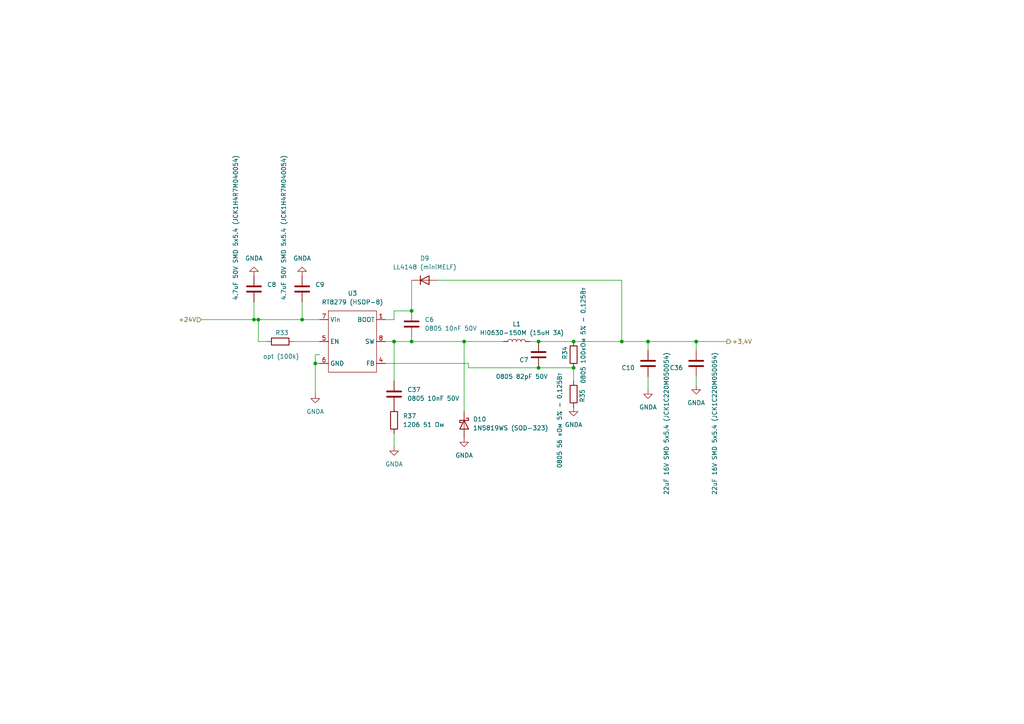
<source format=kicad_sch>
(kicad_sch (version 20231120) (generator "eeschema") (generator_version "8.0")
  (paper "A4")
  (lib_symbols
    (symbol "Device:C" (pin_numbers hide) (pin_names (offset 0.254))
      (property "Reference" "C" (at 0.635 2.54 0))
      (property "Value" "C" (at 0.635 -2.54 0))
      (symbol "C_0_1"
        (polyline (pts (xy -2.032 -0.762) (xy 2.032 -0.762)) (stroke (width 0.508)))
        (polyline (pts (xy -2.032 0.762) (xy 2.032 0.762)) (stroke (width 0.508)))
      )
      (symbol "C_1_1"
        (pin passive line (at 0 3.81 270) (length 2.794) (name "~") (number "1"))
        (pin passive line (at 0 -3.81 90) (length 2.794) (name "~") (number "2"))
      )
    )
    (symbol "Device:L" (pin_numbers hide) (pin_names (offset 1.016) hide)
      (property "Reference" "L" (at -1.27 0 90))
      (property "Value" "L" (at 1.905 0 90))
      (symbol "L_0_1"
        (arc (start 0 -2.54) (mid 0.6323 -1.905) (end 0 -1.27))
        (arc (start 0 -1.27) (mid 0.6323 -0.635) (end 0 0))
        (arc (start 0 0) (mid 0.6323 0.635) (end 0 1.27))
        (arc (start 0 1.27) (mid 0.6323 1.905) (end 0 2.54))
      )
      (symbol "L_1_1"
        (pin passive line (at 0 3.81 270) (length 1.27) (name "1") (number "1"))
        (pin passive line (at 0 -3.81 90) (length 1.27) (name "2") (number "2"))
      )
    )
    (symbol "Device:R" (pin_numbers hide) (pin_names (offset 0))
      (property "Reference" "R" (at 2.032 0 90))
      (property "Value" "R" (at 0 0 90))
      (symbol "R_0_1"
        (rectangle (start -1.016 -2.54) (end 1.016 2.54) (stroke (width 0.254)))
      )
      (symbol "R_1_1"
        (pin passive line (at 0 3.81 270) (length 1.27) (name "~") (number "1"))
        (pin passive line (at 0 -3.81 90) (length 1.27) (name "~") (number "2"))
      )
    )
    (symbol "Diode:1N5819WS" (pin_numbers hide) (pin_names (offset 1.016) hide)
      (property "Reference" "D" (at 0 2.54 0))
      (property "Value" "1N5819WS" (at 0 -2.54 0))
      (symbol "1N5819WS_0_1"
        (polyline (pts (xy 1.27 0) (xy -1.27 0)))
        (polyline (pts (xy 1.27 1.27) (xy 1.27 -1.27) (xy -1.27 0) (xy 1.27 1.27)) (stroke (width 0.254)))
        (polyline (pts (xy -1.905 0.635) (xy -1.905 1.27) (xy -1.27 1.27) (xy -1.27 -1.27) (xy -0.635 -1.27) (xy -0.635 -0.635)) (stroke (width 0.254)))
      )
      (symbol "1N5819WS_1_1"
        (pin passive line (at -3.81 0 0) (length 2.54) (name "K") (number "1"))
        (pin passive line (at 3.81 0 180) (length 2.54) (name "A") (number "2"))
      )
    )
    (symbol "Diode:LL4148" (pin_numbers hide) (pin_names hide)
      (property "Reference" "D" (at 0 2.54 0))
      (property "Value" "LL4148" (at 0 -2.54 0))
      (symbol "LL4148_0_1"
        (polyline (pts (xy -1.27 1.27) (xy -1.27 -1.27)) (stroke (width 0.254)))
        (polyline (pts (xy 1.27 0) (xy -1.27 0)))
        (polyline (pts (xy 1.27 1.27) (xy 1.27 -1.27) (xy -1.27 0) (xy 1.27 1.27)) (stroke (width 0.254)))
      )
      (symbol "LL4148_1_1"
        (pin passive line (at -3.81 0 0) (length 2.54) (name "K") (number "1"))
        (pin passive line (at 3.81 0 180) (length 2.54) (name "A") (number "2"))
      )
    )
    (symbol "PCM_4ms_Power-symbol:GNDA" (power) (pin_numbers hide) (pin_names (offset 0) hide)
      (property "Value" "GNDA" (at 0 -3.81 0))
      (symbol "GNDA_0_1"
        (polyline (pts (xy 0 0) (xy 0 -1.27) (xy 1.27 -1.27) (xy 0 -2.54) (xy -1.27 -1.27) (xy 0 -1.27)))
      )
      (symbol "GNDA_1_1"
        (pin power_in line (at 0 0 270) (length 0) hide (name "GNDA") (number "1"))
      )
    )
    (symbol "Regulator_Switching:RT8279"
      (property "Reference" "U" (at 0 0 0))
      (property "Value" "RT8279" (at 0 -2.286 0))
      (symbol "RT8279_0_1"
        (rectangle (start -7.62 -3.81) (end 6.35 -21.59))
      )
      (symbol "RT8279_1_1"
        (pin input line (at 8.89 -6.35 180) (length 2.54) (name "BOOT") (number "1"))
        (pin output line (at -10.16 -16.51 0) (length 2.54) hide (name "NC") (number "2"))
        (pin output line (at -10.16 -16.51 0) (length 2.54) hide (name "NC") (number "3"))
        (pin output line (at 8.89 -19.05 180) (length 2.54) (name "FB") (number "4"))
        (pin input line (at -10.16 -12.7 0) (length 2.54) (name "EN") (number "5"))
        (pin input line (at -10.16 -19.05 0) (length 2.54) (name "GND") (number "6"))
        (pin input line (at -10.16 -6.35 0) (length 2.54) (name "Vin") (number "7"))
        (pin output line (at 8.89 -12.7 180) (length 2.54) (name "SW") (number "8"))
        (pin input line (at -10.16 -19.05 0) (length 2.54) hide (name "GND") (number "9"))
      )
    )
  )
  (junction (at 187.96 99.06))
  (junction (at 114.3 99.06))
  (junction (at 156.21 99.06))
  (junction (at 156.21 106.68))
  (junction (at 74.93 92.71))
  (junction (at 119.38 90.17))
  (junction (at 91.44 105.41))
  (junction (at 134.62 99.06))
  (junction (at 166.37 99.06))
  (junction (at 166.37 106.68))
  (junction (at 180.34 99.06))
  (junction (at 119.38 99.06))
  (junction (at 87.63 92.71))
  (junction (at 73.66 92.71))
  (junction (at 201.93 99.06))
  (wire (pts (xy 156.21 106.68) (xy 166.37 106.68)))
  (wire (pts (xy 114.3 90.17) (xy 119.38 90.17)))
  (wire (pts (xy 114.3 92.71) (xy 114.3 90.17)))
  (wire (pts (xy 166.37 106.68) (xy 166.37 110.49)))
  (wire (pts (xy 85.09 99.06) (xy 92.71 99.06)))
  (wire (pts (xy 92.71 105.41) (xy 91.44 105.41)))
  (wire (pts (xy 187.96 109.22) (xy 187.96 113.03)))
  (wire (pts (xy 74.93 92.71) (xy 74.93 99.06)))
  (wire (pts (xy 119.38 81.28) (xy 119.38 90.17)))
  (wire (pts (xy 73.66 87.63) (xy 73.66 92.71)))
  (wire (pts (xy 134.62 99.06) (xy 119.38 99.06)))
  (wire (pts (xy 92.71 102.87) (xy 91.44 102.87)))
  (wire (pts (xy 187.96 99.06) (xy 187.96 101.6)))
  (wire (pts (xy 111.76 99.06) (xy 114.3 99.06)))
  (wire (pts (xy 91.44 102.87) (xy 91.44 105.41)))
  (wire (pts (xy 58.42 92.71) (xy 73.66 92.71)))
  (wire (pts (xy 87.63 87.63) (xy 87.63 92.71)))
  (wire (pts (xy 91.44 105.41) (xy 91.44 114.3)))
  (wire (pts (xy 166.37 99.06) (xy 180.34 99.06)))
  (wire (pts (xy 135.89 106.68) (xy 156.21 106.68)))
  (wire (pts (xy 114.3 125.73) (xy 114.3 129.54)))
  (wire (pts (xy 180.34 81.28) (xy 180.34 99.06)))
  (wire (pts (xy 114.3 99.06) (xy 119.38 99.06)))
  (wire (pts (xy 111.76 92.71) (xy 114.3 92.71)))
  (wire (pts (xy 87.63 92.71) (xy 92.71 92.71)))
  (wire (pts (xy 135.89 105.41) (xy 111.76 105.41)))
  (wire (pts (xy 73.66 92.71) (xy 74.93 92.71)))
  (wire (pts (xy 114.3 99.06) (xy 114.3 110.49)))
  (wire (pts (xy 134.62 99.06) (xy 134.62 119.38)))
  (wire (pts (xy 74.93 92.71) (xy 87.63 92.71)))
  (wire (pts (xy 134.62 99.06) (xy 146.05 99.06)))
  (wire (pts (xy 74.93 99.06) (xy 77.47 99.06)))
  (wire (pts (xy 201.93 99.06) (xy 201.93 101.6)))
  (wire (pts (xy 201.93 99.06) (xy 210.82 99.06)))
  (wire (pts (xy 156.21 99.06) (xy 166.37 99.06)))
  (wire (pts (xy 135.89 106.68) (xy 135.89 105.41)))
  (wire (pts (xy 119.38 97.79) (xy 119.38 99.06)))
  (wire (pts (xy 180.34 99.06) (xy 187.96 99.06)))
  (wire (pts (xy 187.96 99.06) (xy 201.93 99.06)))
  (wire (pts (xy 201.93 109.22) (xy 201.93 111.76)))
  (wire (pts (xy 153.67 99.06) (xy 156.21 99.06)))
  (wire (pts (xy 127 81.28) (xy 180.34 81.28)))
  (hierarchical_label "+3,4V" (shape output) (at 210.82 99.06 0))
  (hierarchical_label "+24V" (shape input) (at 58.42 92.71 180))
  (symbol (lib_id "Device:R") (at 166.37 114.3 180) (unit 1) (in_bom no)
    (property "Reference" "R35" (at 168.91 114.808 90))
    (property "Value" "0805 56 кОм 5% - 0,125Вт" (at 162.306 121.92 90))
    (property "Footprint" "Resistor_SMD:R_0805_2012Metric" (effects (hide yes)))
    (property "Description" "Resistor" (effects (hide yes)))
  )
  (symbol (lib_id "Device:L") (at 149.86 99.06 90) (unit 1)
    (property "Reference" "L1" (at 149.86 93.98 90))
    (property "Value" "HI0630-150M (15uH 3A)" (at 151.384 96.52 90))
    (property "Footprint" "Inductor_SMD:L_APV_APH0630" (effects (hide yes)))
    (property "Description" "Inductor" (effects (hide yes)))
  )
  (symbol (lib_id "Device:C") (at 156.21 102.87 0) (unit 1)
    (property "Reference" "C7" (at 150.622 104.394 0) (effects (justify left)))
    (property "Value" "0805 82pF 50V" (at 143.764 109.22 0) (effects (justify left)))
    (property "Footprint" "Capacitor_SMD:C_0805_2012Metric" (effects (hide yes)))
    (property "Description" "Unpolarized capacitor" (effects (hide yes)))
  )
  (symbol (lib_id "Device:C") (at 201.93 105.41 180) (unit 1)
    (property "Reference" "C36" (at 198.12 106.6801 0) (effects (justify left)))
    (property "Value" "22uF 16V SMD 5x5.4 (JCK1C220M050054)" (at 207.264 102.108 90) (effects (justify left)))
    (property "Footprint" "Capacitor_SMD:C_Elec_5x5.4" (effects (hide yes)))
    (property "Description" "Unpolarized capacitor" (effects (hide yes)))
  )
  (symbol (lib_id "Device:C") (at 119.38 93.98 0) (unit 1)
    (property "Reference" "C6" (at 123.19 92.7099 0) (effects (justify left)))
    (property "Value" "0805 10nF 50V" (at 123.19 95.2499 0) (effects (justify left)))
    (property "Footprint" "Capacitor_SMD:C_0805_2012Metric" (effects (hide yes)))
    (property "Description" "Unpolarized capacitor" (effects (hide yes)))
  )
  (symbol (lib_id "PCM_4ms_Power-symbol:GNDA") (at 91.44 114.3 0) (unit 1)
    (property "Reference" "#PWR014" (effects (hide yes)))
    (property "Value" "GNDA" (at 91.44 119.38 0))
  )
  (symbol (lib_id "PCM_4ms_Power-symbol:GNDA") (at 134.62 127 0) (unit 1)
    (property "Reference" "#PWR016" (effects (hide yes)))
    (property "Value" "GNDA" (at 134.62 132.08 0))
  )
  (symbol (lib_id "PCM_4ms_Power-symbol:GNDA") (at 114.3 129.54 0) (unit 1)
    (property "Reference" "#PWR043" (effects (hide yes)))
    (property "Value" "GNDA" (at 114.3 134.62 0))
  )
  (symbol (lib_id "PCM_4ms_Power-symbol:GNDA") (at 201.93 111.76 0) (unit 1)
    (property "Reference" "#PWR042" (effects (hide yes)))
    (property "Value" "GNDA" (at 201.93 116.84 0))
  )
  (symbol (lib_id "Device:R") (at 166.37 102.87 0) (unit 1) (in_bom no)
    (property "Reference" "R34" (at 163.83 102.362 90))
    (property "Value" "0805 100кОм 5% - 0,125Вт" (at 169.164 97.282 90))
    (property "Footprint" "Resistor_SMD:R_0805_2012Metric" (effects (hide yes)))
    (property "Description" "Resistor" (effects (hide yes)))
  )
  (symbol (lib_id "Diode:LL4148") (at 123.19 81.28 0) (unit 1)
    (property "Reference" "D9" (at 123.19 74.93 0))
    (property "Value" "LL4148 (miniMELF)" (at 123.19 77.47 0))
    (property "Footprint" "Diode_SMD:D_MiniMELF" (effects (hide yes)))
    (property "Datasheet" "http://www.vishay.com/docs/85557/ll4148.pdf" (effects (hide yes)))
    (property "Description" "100V 0.15A standard switching diode, MiniMELF" (effects (hide yes)))
    (property "Sim.Device" "D" (effects (hide yes)))
    (property "Sim.Pins" "1=K 2=A" (effects (hide yes)))
  )
  (symbol (lib_id "Regulator_Switching:RT8279") (at 102.87 86.36 0) (unit 1)
    (property "Reference" "U3" (at 102.235 85.09 0))
    (property "Value" "RT8279 (HSOP-8)" (at 102.235 87.63 0))
    (property "Footprint" "Package_SO:HSOP-8-1EP_3.9x4.9mm_P1.27mm_EP2.3x2.3mm" (effects (hide yes)))
    (property "Datasheet" "https://www.alldatasheet.com/datasheet-pdf/view/474893/RICHTEK/RT8279.html" (effects (hide yes)))
  )
  (symbol (lib_id "Diode:1N5819WS") (at 134.62 123.19 270) (unit 1)
    (property "Reference" "D10" (at 137.16 121.6024 90) (effects (justify left)))
    (property "Value" "1N5819WS (SOD-323)" (at 137.16 124.1424 90) (effects (justify left)))
    (property "Footprint" "Diode_SMD:D_SOD-323" (effects (hide yes)))
    (property "Datasheet" "https://datasheet.lcsc.com/lcsc/2204281430_Guangdong-Hottech-1N5819WS_C191023.pdf" (effects (hide yes)))
    (property "Description" "40V 600mV@1A 1A SOD-323 Schottky Barrier Diodes, SOD-323" (effects (hide yes)))
  )
  (symbol (lib_id "Device:R") (at 114.3 121.92 0) (unit 1) (in_bom no)
    (property "Reference" "R37" (at 116.84 120.6499 0) (effects (justify left)))
    (property "Value" "1206 51 Ом" (at 116.84 123.1899 0) (effects (justify left)))
    (property "Footprint" "Resistor_SMD:R_1206_3216Metric" (effects (hide yes)))
    (property "Description" "Resistor" (effects (hide yes)))
  )
  (symbol (lib_id "Device:C") (at 187.96 105.41 180) (unit 1)
    (property "Reference" "C10" (at 184.15 106.6801 0) (effects (justify left)))
    (property "Value" "22uF 16V SMD 5x5.4 (JCK1C220M050054)" (at 193.294 102.108 90) (effects (justify left)))
    (property "Footprint" "Capacitor_SMD:C_Elec_5x5.4" (effects (hide yes)))
    (property "Description" "Unpolarized capacitor" (effects (hide yes)))
  )
  (symbol (lib_id "Device:C") (at 87.63 83.82 0) (unit 1)
    (property "Reference" "C9" (at 91.44 82.5499 0) (effects (justify left)))
    (property "Value" "4.7uF 50V SMD 5x5.4 (JCK1H4R7M040054)" (at 82.296 87.122 90) (effects (justify left)))
    (property "Footprint" "Capacitor_SMD:C_Elec_5x5.4" (effects (hide yes)))
    (property "Description" "Unpolarized capacitor" (effects (hide yes)))
  )
  (symbol (lib_id "PCM_4ms_Power-symbol:GNDA") (at 87.63 80.01 180) (unit 1)
    (property "Reference" "#PWR040" (effects (hide yes)))
    (property "Value" "GNDA" (at 87.63 74.93 0))
  )
  (symbol (lib_id "Device:C") (at 73.66 83.82 0) (unit 1)
    (property "Reference" "C8" (at 77.47 82.5499 0) (effects (justify left)))
    (property "Value" "4.7uF 50V SMD 5x5.4 (JCK1H4R7M040054)" (at 68.326 87.122 90) (effects (justify left)))
    (property "Footprint" "Capacitor_SMD:C_Elec_5x5.4" (effects (hide yes)))
    (property "Description" "Unpolarized capacitor" (effects (hide yes)))
  )
  (symbol (lib_id "Device:C") (at 114.3 114.3 180) (unit 1) (in_bom no)
    (property "Reference" "C37" (at 118.11 113.0299 0) (effects (justify right)))
    (property "Value" "0805 10nF 50V" (at 118.11 115.5699 0) (effects (justify right)))
    (property "Footprint" "Capacitor_SMD:C_0805_2012Metric" (effects (hide yes)))
    (property "Description" "Unpolarized capacitor" (effects (hide yes)))
  )
  (symbol (lib_id "PCM_4ms_Power-symbol:GNDA") (at 166.37 118.11 0) (unit 1)
    (property "Reference" "#PWR018" (effects (hide yes)))
    (property "Value" "GNDA" (at 166.37 123.19 0))
  )
  (symbol (lib_id "PCM_4ms_Power-symbol:GNDA") (at 73.66 80.01 180) (unit 1)
    (property "Reference" "#PWR038" (effects (hide yes)))
    (property "Value" "GNDA" (at 73.66 74.93 0))
  )
  (symbol (lib_id "PCM_4ms_Power-symbol:GNDA") (at 187.96 113.03 0) (unit 1)
    (property "Reference" "#PWR041" (effects (hide yes)))
    (property "Value" "GNDA" (at 187.96 118.11 0))
  )
  (symbol (lib_id "Device:R") (at 81.28 99.06 270) (unit 1) (in_bom no)
    (property "Reference" "R33" (at 81.788 96.52 90))
    (property "Value" "opt (100k)" (at 81.534 103.378 90))
    (property "Footprint" "Resistor_SMD:R_0805_2012Metric" (effects (hide yes)))
    (property "Description" "Resistor" (effects (hide yes)))
  )
)
</source>
